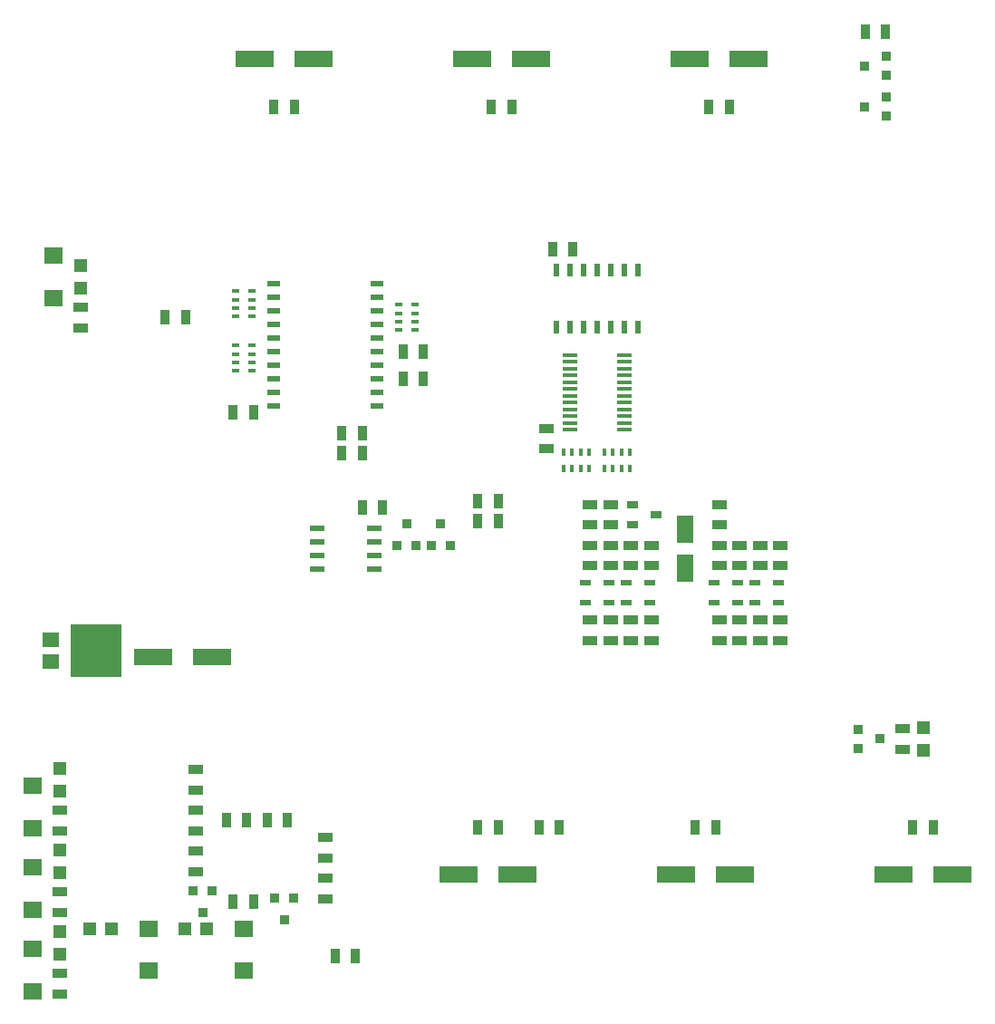
<source format=gtp>
G04 (created by PCBNEW (2013-07-07 BZR 4022)-stable) date 2/16/2014 1:34:47 PM*
%MOIN*%
G04 Gerber Fmt 3.4, Leading zero omitted, Abs format*
%FSLAX34Y34*%
G01*
G70*
G90*
G04 APERTURE LIST*
%ADD10C,0.00590551*%
%ADD11R,0.035X0.055*%
%ADD12R,0.055X0.035*%
%ADD13R,0.1417X0.063*%
%ADD14R,0.0472X0.0472*%
%ADD15R,0.05X0.02*%
%ADD16R,0.02X0.045*%
%ADD17R,0.03X0.017*%
%ADD18R,0.036X0.036*%
%ADD19R,0.0657X0.061*%
%ADD20R,0.017X0.03*%
%ADD21R,0.0551X0.0236*%
%ADD22R,0.0394X0.0315*%
%ADD23R,0.0394X0.0236*%
%ADD24R,0.063X0.1024*%
%ADD25R,0.0590551X0.0551*%
%ADD26R,0.188976X0.192913*%
%ADD27R,0.0551X0.0138*%
G04 APERTURE END LIST*
G54D10*
G54D11*
X14525Y20500D03*
X15275Y20500D03*
X14525Y21250D03*
X15275Y21250D03*
X35525Y6750D03*
X36275Y6750D03*
X27525Y6750D03*
X28275Y6750D03*
X19525Y6750D03*
X20275Y6750D03*
X20775Y33250D03*
X20025Y33250D03*
X12775Y33250D03*
X12025Y33250D03*
X28775Y33250D03*
X28025Y33250D03*
G54D12*
X35150Y10375D03*
X35150Y9625D03*
X22050Y20675D03*
X22050Y21425D03*
G54D11*
X10275Y7000D03*
X11025Y7000D03*
G54D12*
X25900Y16375D03*
X25900Y17125D03*
X25900Y14375D03*
X25900Y13625D03*
X30650Y14375D03*
X30650Y13625D03*
X4150Y625D03*
X4150Y1375D03*
X4150Y3625D03*
X4150Y4375D03*
X4900Y25125D03*
X4900Y25875D03*
G54D13*
X27317Y35000D03*
X29483Y35000D03*
X7567Y13000D03*
X9733Y13000D03*
X28983Y5000D03*
X26817Y5000D03*
X20983Y5000D03*
X18817Y5000D03*
X19317Y35000D03*
X21483Y35000D03*
X11317Y35000D03*
X13483Y35000D03*
G54D14*
X35900Y9587D03*
X35900Y10413D03*
G54D11*
X33775Y36000D03*
X34525Y36000D03*
G54D12*
X4150Y6625D03*
X4150Y7375D03*
X30650Y16375D03*
X30650Y17125D03*
X29150Y16375D03*
X29150Y17125D03*
X24400Y16375D03*
X24400Y17125D03*
X29150Y14375D03*
X29150Y13625D03*
X24400Y14375D03*
X24400Y13625D03*
X29900Y17125D03*
X29900Y16375D03*
X25150Y17125D03*
X25150Y16375D03*
X29900Y13625D03*
X29900Y14375D03*
X25150Y13625D03*
X25150Y14375D03*
G54D11*
X22525Y6750D03*
X21775Y6750D03*
G54D13*
X36983Y5000D03*
X34817Y5000D03*
G54D15*
X12000Y26750D03*
X12000Y26250D03*
X12000Y25750D03*
X12000Y25250D03*
X12000Y24750D03*
X12000Y24250D03*
X12000Y23750D03*
X12000Y23250D03*
X12000Y22750D03*
X12000Y22250D03*
X15800Y22250D03*
X15800Y22750D03*
X15800Y23250D03*
X15800Y23750D03*
X15800Y24250D03*
X15800Y24750D03*
X15800Y25250D03*
X15800Y25750D03*
X15800Y26250D03*
X15800Y26750D03*
G54D16*
X22400Y25150D03*
X22900Y25150D03*
X23400Y25150D03*
X23900Y25150D03*
X24400Y25150D03*
X24900Y25150D03*
X25400Y25150D03*
X25400Y27250D03*
X24900Y27250D03*
X24400Y27250D03*
X23900Y27250D03*
X23400Y27250D03*
X22900Y27250D03*
X22400Y27250D03*
G54D11*
X23025Y28000D03*
X22275Y28000D03*
X11275Y22000D03*
X10525Y22000D03*
X19525Y18000D03*
X20275Y18000D03*
X19525Y18750D03*
X20275Y18750D03*
G54D17*
X11200Y23843D03*
X10600Y23843D03*
X11200Y24157D03*
X10600Y24157D03*
X11200Y23528D03*
X11200Y24472D03*
X10600Y24472D03*
X10600Y23528D03*
X16600Y25657D03*
X17200Y25657D03*
X16600Y25343D03*
X17200Y25343D03*
X16600Y25972D03*
X16600Y25028D03*
X17200Y25028D03*
X17200Y25972D03*
X11200Y25843D03*
X10600Y25843D03*
X11200Y26157D03*
X10600Y26157D03*
X11200Y25528D03*
X11200Y26472D03*
X10600Y26472D03*
X10600Y25528D03*
G54D18*
X12050Y4150D03*
X12750Y4150D03*
X12400Y3350D03*
X9050Y4400D03*
X9750Y4400D03*
X9400Y3600D03*
G54D11*
X14275Y2000D03*
X15025Y2000D03*
X11275Y4000D03*
X10525Y4000D03*
G54D19*
X3150Y2274D03*
X3150Y713D03*
G54D11*
X12525Y7000D03*
X11775Y7000D03*
G54D19*
X3900Y27774D03*
X3900Y26213D03*
X3150Y5274D03*
X3150Y3713D03*
X3150Y8274D03*
X3150Y6713D03*
X10900Y3024D03*
X10900Y1463D03*
X7400Y3024D03*
X7400Y1463D03*
G54D20*
X22993Y19950D03*
X22993Y20550D03*
X23307Y19950D03*
X23307Y20550D03*
X22678Y19950D03*
X23622Y19950D03*
X23622Y20550D03*
X22678Y20550D03*
X24493Y19950D03*
X24493Y20550D03*
X24807Y19950D03*
X24807Y20550D03*
X24178Y19950D03*
X25122Y19950D03*
X25122Y20550D03*
X24178Y20550D03*
G54D14*
X4150Y5087D03*
X4150Y5913D03*
X4150Y8087D03*
X4150Y8913D03*
X4150Y2087D03*
X4150Y2913D03*
X4900Y26587D03*
X4900Y27413D03*
X8737Y3000D03*
X9563Y3000D03*
X5237Y3000D03*
X6063Y3000D03*
G54D11*
X16025Y18500D03*
X15275Y18500D03*
X16775Y23250D03*
X17525Y23250D03*
X16775Y24250D03*
X17525Y24250D03*
X8775Y25500D03*
X8025Y25500D03*
G54D12*
X9150Y5875D03*
X9150Y5125D03*
X9150Y8875D03*
X9150Y8125D03*
X9150Y7375D03*
X9150Y6625D03*
G54D21*
X15700Y17750D03*
X13600Y17750D03*
X15700Y17250D03*
X15700Y16750D03*
X15700Y16250D03*
X13600Y17250D03*
X13600Y16750D03*
X13600Y16250D03*
G54D22*
X26083Y18250D03*
X25217Y17875D03*
X25217Y18625D03*
G54D23*
X29083Y15750D03*
X28217Y15750D03*
X30583Y15750D03*
X29717Y15750D03*
X29083Y15000D03*
X28217Y15000D03*
X30583Y15000D03*
X29717Y15000D03*
X25833Y15750D03*
X24967Y15750D03*
X24333Y15750D03*
X23467Y15750D03*
X24333Y15000D03*
X23467Y15000D03*
X25833Y15000D03*
X24967Y15000D03*
G54D12*
X24400Y17875D03*
X24400Y18625D03*
X28400Y18625D03*
X28400Y17875D03*
X23650Y18625D03*
X23650Y17875D03*
X13900Y6375D03*
X13900Y5625D03*
X13900Y4875D03*
X13900Y4125D03*
G54D24*
X27150Y16291D03*
X27150Y17709D03*
G54D12*
X28400Y14375D03*
X28400Y13625D03*
X23650Y16375D03*
X23650Y17125D03*
X23650Y14375D03*
X23650Y13625D03*
X28400Y16375D03*
X28400Y17125D03*
G54D25*
X3817Y12841D03*
X3817Y13659D03*
G54D26*
X5491Y13250D03*
G54D18*
X33500Y9650D03*
X33500Y10350D03*
X34300Y10000D03*
G54D27*
X24900Y21375D03*
X24900Y21625D03*
X24900Y21875D03*
X24900Y22125D03*
X24900Y22375D03*
X24900Y22625D03*
X24900Y22875D03*
X24900Y23125D03*
X24900Y23375D03*
X24900Y23625D03*
X24900Y23875D03*
X24900Y24125D03*
X22900Y24125D03*
X22900Y23875D03*
X22900Y23625D03*
X22900Y23375D03*
X22900Y23125D03*
X22900Y22875D03*
X22900Y22625D03*
X22900Y22375D03*
X22900Y22125D03*
X22900Y21875D03*
X22900Y21625D03*
X22900Y21375D03*
G54D18*
X34550Y33600D03*
X34550Y32900D03*
X33750Y33250D03*
X34550Y35100D03*
X34550Y34400D03*
X33750Y34750D03*
X18500Y17100D03*
X17800Y17100D03*
X18150Y17900D03*
X17250Y17100D03*
X16550Y17100D03*
X16900Y17900D03*
M02*

</source>
